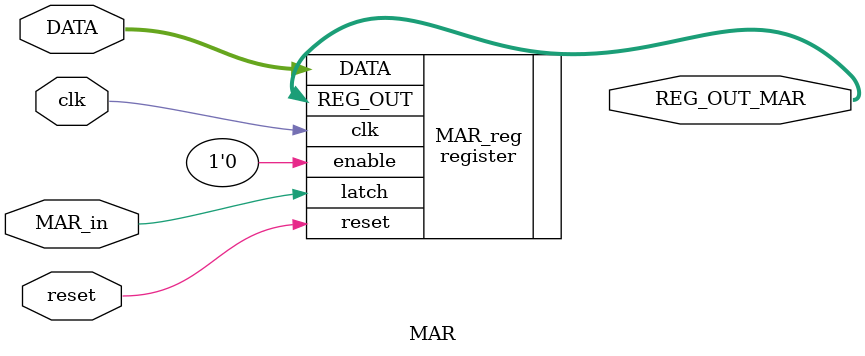
<source format=v>
module MAR (
    input clk, // data read/written on positive clock edges
    input reset, // reset all registers to a certain value
    inout [15:0] DATA,  // in and out from bus line
    output [15:0] REG_OUT_MAR,  // for debugging, to RAM
    input MAR_in
);

// instantiation template 
/*
MAR MAR_inst0 (
    .clk(),
    .reset(), 
    .DATA(), 
    .REG_OUT_MAR(),
    .MAR_in()
);
*/

register MAR_reg (
    .clk(clk),
    .reset(reset),
    .DATA(DATA),
    .REG_OUT(REG_OUT_MAR),  
    .latch(MAR_in), 
    .enable(1'b0)  
);

endmodule
</source>
